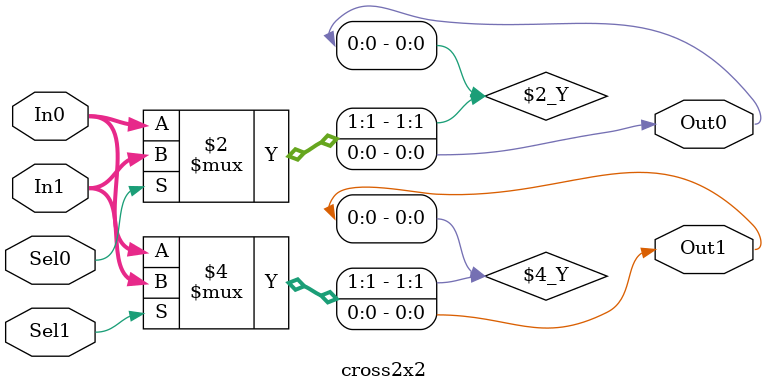
<source format=sv>
module cross2x2(
    input wire [1:0] In0,   // Entrada 0 (2 bits para representar os valores 0 e 1)
    input wire [1:0] In1,   // Entrada 1 (2 bits para representar os valores 0 e 1)
    input wire Sel0,         // Sinal de seleção para saída 0
    input wire Sel1,         // Sinal de seleção para saída 1
    output wire Out0,        // Saída 0
    output wire Out1         // Saída 1
);

// Implementação do multiplexador para Out0
    assign Out0 = (Sel0 == 0) ? In0 : In1;

    // Implementação do multiplexador para Out1
    assign Out1 = (Sel1 == 0) ? In0 : In1;

endmodule
</source>
